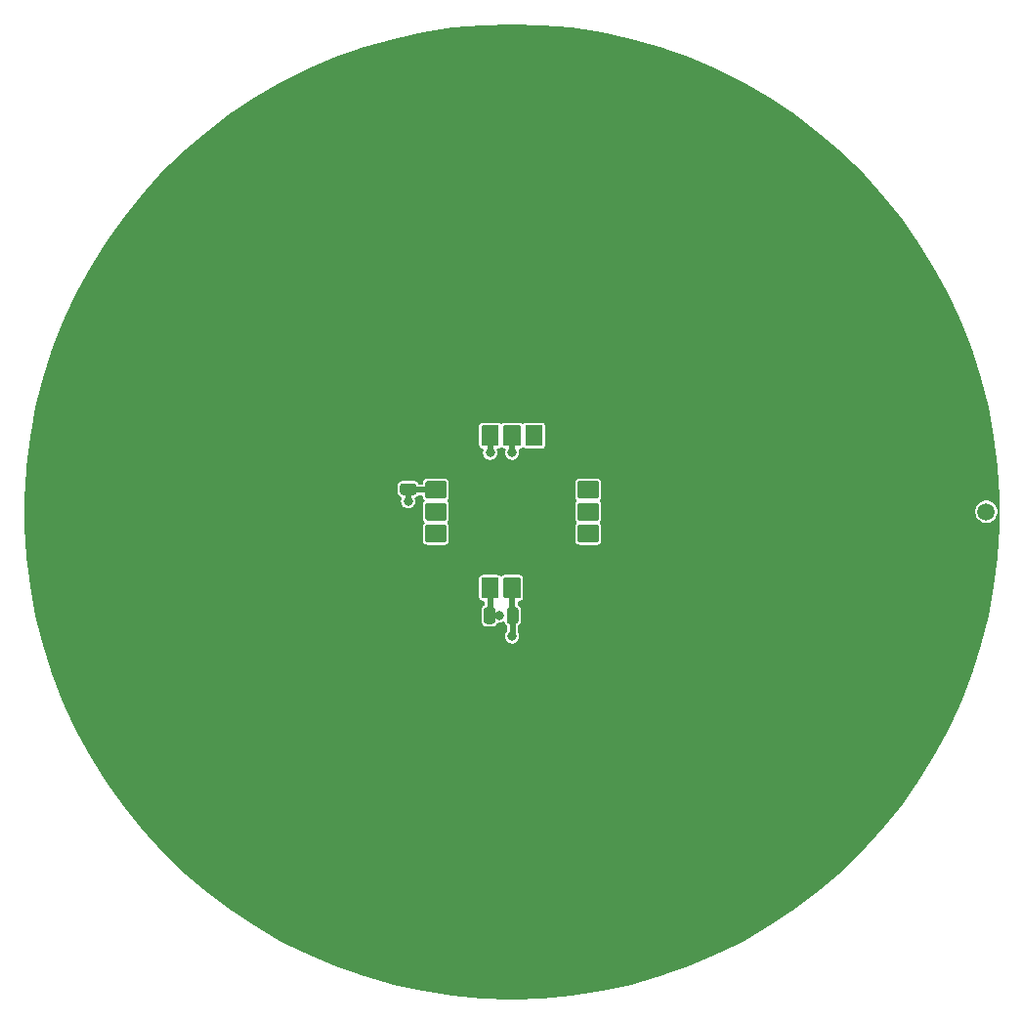
<source format=gtl>
%TF.GenerationSoftware,KiCad,Pcbnew,5.1.7-a382d34a8~88~ubuntu20.04.1*%
%TF.CreationDate,2021-06-08T03:13:41+02:00*%
%TF.ProjectId,uHoubolt_PCB_GNSS,75486f75-626f-46c7-945f-5043425f474e,rev?*%
%TF.SameCoordinates,PX8f0d180PY5f5e100*%
%TF.FileFunction,Copper,L1,Top*%
%TF.FilePolarity,Positive*%
%FSLAX46Y46*%
G04 Gerber Fmt 4.6, Leading zero omitted, Abs format (unit mm)*
G04 Created by KiCad (PCBNEW 5.1.7-a382d34a8~88~ubuntu20.04.1) date 2021-06-08 03:13:41*
%MOMM*%
%LPD*%
G01*
G04 APERTURE LIST*
%TA.AperFunction,ComponentPad*%
%ADD10C,1.500000*%
%TD*%
%TA.AperFunction,ComponentPad*%
%ADD11C,0.800000*%
%TD*%
%TA.AperFunction,ComponentPad*%
%ADD12C,6.400000*%
%TD*%
%TA.AperFunction,ViaPad*%
%ADD13C,0.800000*%
%TD*%
%TA.AperFunction,Conductor*%
%ADD14C,0.500000*%
%TD*%
%TA.AperFunction,Conductor*%
%ADD15C,0.200000*%
%TD*%
%TA.AperFunction,Conductor*%
%ADD16C,0.100000*%
%TD*%
G04 APERTURE END LIST*
D10*
%TO.P,J3,1*%
%TO.N,Net-(J3-Pad1)*%
X41100000Y0D03*
%TD*%
D11*
%TO.P,H4,1*%
%TO.N,GND*%
X28597056Y-25202944D03*
X26900000Y-24500000D03*
X25202944Y-25202944D03*
X24500000Y-26900000D03*
X25202944Y-28597056D03*
X26900000Y-29300000D03*
X28597056Y-28597056D03*
X29300000Y-26900000D03*
D12*
X26900000Y-26900000D03*
%TD*%
D11*
%TO.P,H3,1*%
%TO.N,GND*%
X-25202944Y-25202944D03*
X-26900000Y-24500000D03*
X-28597056Y-25202944D03*
X-29300000Y-26900000D03*
X-28597056Y-28597056D03*
X-26900000Y-29300000D03*
X-25202944Y-28597056D03*
X-24500000Y-26900000D03*
D12*
X-26900000Y-26900000D03*
%TD*%
D11*
%TO.P,H2,1*%
%TO.N,GND*%
X-25202944Y28597056D03*
X-26900000Y29300000D03*
X-28597056Y28597056D03*
X-29300000Y26900000D03*
X-28597056Y25202944D03*
X-26900000Y24500000D03*
X-25202944Y25202944D03*
X-24500000Y26900000D03*
D12*
X-26900000Y26900000D03*
%TD*%
D11*
%TO.P,H1,1*%
%TO.N,GND*%
X28597056Y28597056D03*
X26900000Y29300000D03*
X25202944Y28597056D03*
X24500000Y26900000D03*
X25202944Y25202944D03*
X26900000Y24500000D03*
X28597056Y25202944D03*
X29300000Y26900000D03*
D12*
X26900000Y26900000D03*
%TD*%
%TO.P,U1,9*%
%TO.N,Net-(U1-Pad9)*%
%TA.AperFunction,SMDPad,CuDef*%
G36*
G01*
X7401000Y1150000D02*
X5799000Y1150000D01*
G75*
G02*
X5700000Y1249000I0J99000D01*
G01*
X5700000Y2551000D01*
G75*
G02*
X5799000Y2650000I99000J0D01*
G01*
X7401000Y2650000D01*
G75*
G02*
X7500000Y2551000I0J-99000D01*
G01*
X7500000Y1249000D01*
G75*
G02*
X7401000Y1150000I-99000J0D01*
G01*
G37*
%TD.AperFunction*%
%TO.P,U1,10*%
%TO.N,GND*%
%TA.AperFunction,SMDPad,CuDef*%
G36*
G01*
X7401000Y3050000D02*
X5799000Y3050000D01*
G75*
G02*
X5700000Y3149000I0J99000D01*
G01*
X5700000Y4451000D01*
G75*
G02*
X5799000Y4550000I99000J0D01*
G01*
X7401000Y4550000D01*
G75*
G02*
X7500000Y4451000I0J-99000D01*
G01*
X7500000Y3149000D01*
G75*
G02*
X7401000Y3050000I-99000J0D01*
G01*
G37*
%TD.AperFunction*%
%TO.P,U1,8*%
%TO.N,Net-(U1-Pad8)*%
%TA.AperFunction,SMDPad,CuDef*%
G36*
G01*
X7401000Y-750000D02*
X5799000Y-750000D01*
G75*
G02*
X5700000Y-651000I0J99000D01*
G01*
X5700000Y651000D01*
G75*
G02*
X5799000Y750000I99000J0D01*
G01*
X7401000Y750000D01*
G75*
G02*
X7500000Y651000I0J-99000D01*
G01*
X7500000Y-651000D01*
G75*
G02*
X7401000Y-750000I-99000J0D01*
G01*
G37*
%TD.AperFunction*%
%TO.P,U1,7*%
%TO.N,Net-(U1-Pad7)*%
%TA.AperFunction,SMDPad,CuDef*%
G36*
G01*
X7401000Y-2650000D02*
X5799000Y-2650000D01*
G75*
G02*
X5700000Y-2551000I0J99000D01*
G01*
X5700000Y-1249000D01*
G75*
G02*
X5799000Y-1150000I99000J0D01*
G01*
X7401000Y-1150000D01*
G75*
G02*
X7500000Y-1249000I0J-99000D01*
G01*
X7500000Y-2551000D01*
G75*
G02*
X7401000Y-2650000I-99000J0D01*
G01*
G37*
%TD.AperFunction*%
%TO.P,U1,6*%
%TO.N,GND*%
%TA.AperFunction,SMDPad,CuDef*%
G36*
G01*
X7401000Y-4550000D02*
X5799000Y-4550000D01*
G75*
G02*
X5700000Y-4451000I0J99000D01*
G01*
X5700000Y-3149000D01*
G75*
G02*
X5799000Y-3050000I99000J0D01*
G01*
X7401000Y-3050000D01*
G75*
G02*
X7500000Y-3149000I0J-99000D01*
G01*
X7500000Y-4451000D01*
G75*
G02*
X7401000Y-4550000I-99000J0D01*
G01*
G37*
%TD.AperFunction*%
%TO.P,U1,19*%
%TO.N,Net-(U1-Pad19)*%
%TA.AperFunction,SMDPad,CuDef*%
G36*
G01*
X-5799000Y-2650000D02*
X-7401000Y-2650000D01*
G75*
G02*
X-7500000Y-2551000I0J99000D01*
G01*
X-7500000Y-1249000D01*
G75*
G02*
X-7401000Y-1150000I99000J0D01*
G01*
X-5799000Y-1150000D01*
G75*
G02*
X-5700000Y-1249000I0J-99000D01*
G01*
X-5700000Y-2551000D01*
G75*
G02*
X-5799000Y-2650000I-99000J0D01*
G01*
G37*
%TD.AperFunction*%
%TO.P,U1,17*%
%TO.N,+3V3*%
%TA.AperFunction,SMDPad,CuDef*%
G36*
G01*
X-5799000Y1150000D02*
X-7401000Y1150000D01*
G75*
G02*
X-7500000Y1249000I0J99000D01*
G01*
X-7500000Y2551000D01*
G75*
G02*
X-7401000Y2650000I99000J0D01*
G01*
X-5799000Y2650000D01*
G75*
G02*
X-5700000Y2551000I0J-99000D01*
G01*
X-5700000Y1249000D01*
G75*
G02*
X-5799000Y1150000I-99000J0D01*
G01*
G37*
%TD.AperFunction*%
%TO.P,U1,18*%
%TO.N,Net-(U1-Pad18)*%
%TA.AperFunction,SMDPad,CuDef*%
G36*
G01*
X-5799000Y-750000D02*
X-7401000Y-750000D01*
G75*
G02*
X-7500000Y-651000I0J99000D01*
G01*
X-7500000Y651000D01*
G75*
G02*
X-7401000Y750000I99000J0D01*
G01*
X-5799000Y750000D01*
G75*
G02*
X-5700000Y651000I0J-99000D01*
G01*
X-5700000Y-651000D01*
G75*
G02*
X-5799000Y-750000I-99000J0D01*
G01*
G37*
%TD.AperFunction*%
%TO.P,U1,20*%
%TO.N,GND*%
%TA.AperFunction,SMDPad,CuDef*%
G36*
G01*
X-5799000Y-4550000D02*
X-7401000Y-4550000D01*
G75*
G02*
X-7500000Y-4451000I0J99000D01*
G01*
X-7500000Y-3149000D01*
G75*
G02*
X-7401000Y-3050000I99000J0D01*
G01*
X-5799000Y-3050000D01*
G75*
G02*
X-5700000Y-3149000I0J-99000D01*
G01*
X-5700000Y-4451000D01*
G75*
G02*
X-5799000Y-4550000I-99000J0D01*
G01*
G37*
%TD.AperFunction*%
%TO.P,U1,16*%
%TA.AperFunction,SMDPad,CuDef*%
G36*
G01*
X-5799000Y3050000D02*
X-7401000Y3050000D01*
G75*
G02*
X-7500000Y3149000I0J99000D01*
G01*
X-7500000Y4451000D01*
G75*
G02*
X-7401000Y4550000I99000J0D01*
G01*
X-5799000Y4550000D01*
G75*
G02*
X-5700000Y4451000I0J-99000D01*
G01*
X-5700000Y3149000D01*
G75*
G02*
X-5799000Y3050000I-99000J0D01*
G01*
G37*
%TD.AperFunction*%
%TO.P,U1,14*%
%TO.N,/RxD*%
%TA.AperFunction,SMDPad,CuDef*%
G36*
G01*
X-2650000Y5799000D02*
X-2650000Y7401000D01*
G75*
G02*
X-2551000Y7500000I99000J0D01*
G01*
X-1249000Y7500000D01*
G75*
G02*
X-1150000Y7401000I0J-99000D01*
G01*
X-1150000Y5799000D01*
G75*
G02*
X-1249000Y5700000I-99000J0D01*
G01*
X-2551000Y5700000D01*
G75*
G02*
X-2650000Y5799000I0J99000D01*
G01*
G37*
%TD.AperFunction*%
%TO.P,U1,12*%
%TO.N,Net-(U1-Pad12)*%
%TA.AperFunction,SMDPad,CuDef*%
G36*
G01*
X1150000Y5799000D02*
X1150000Y7401000D01*
G75*
G02*
X1249000Y7500000I99000J0D01*
G01*
X2551000Y7500000D01*
G75*
G02*
X2650000Y7401000I0J-99000D01*
G01*
X2650000Y5799000D01*
G75*
G02*
X2551000Y5700000I-99000J0D01*
G01*
X1249000Y5700000D01*
G75*
G02*
X1150000Y5799000I0J99000D01*
G01*
G37*
%TD.AperFunction*%
%TO.P,U1,13*%
%TO.N,/TxD*%
%TA.AperFunction,SMDPad,CuDef*%
G36*
G01*
X-750000Y5799000D02*
X-750000Y7401000D01*
G75*
G02*
X-651000Y7500000I99000J0D01*
G01*
X651000Y7500000D01*
G75*
G02*
X750000Y7401000I0J-99000D01*
G01*
X750000Y5799000D01*
G75*
G02*
X651000Y5700000I-99000J0D01*
G01*
X-651000Y5700000D01*
G75*
G02*
X-750000Y5799000I0J99000D01*
G01*
G37*
%TD.AperFunction*%
%TO.P,U1,15*%
%TO.N,GND*%
%TA.AperFunction,SMDPad,CuDef*%
G36*
G01*
X-4550000Y5799000D02*
X-4550000Y7401000D01*
G75*
G02*
X-4451000Y7500000I99000J0D01*
G01*
X-3149000Y7500000D01*
G75*
G02*
X-3050000Y7401000I0J-99000D01*
G01*
X-3050000Y5799000D01*
G75*
G02*
X-3149000Y5700000I-99000J0D01*
G01*
X-4451000Y5700000D01*
G75*
G02*
X-4550000Y5799000I0J99000D01*
G01*
G37*
%TD.AperFunction*%
%TO.P,U1,11*%
%TA.AperFunction,SMDPad,CuDef*%
G36*
G01*
X3050000Y5799000D02*
X3050000Y7401000D01*
G75*
G02*
X3149000Y7500000I99000J0D01*
G01*
X4451000Y7500000D01*
G75*
G02*
X4550000Y7401000I0J-99000D01*
G01*
X4550000Y5799000D01*
G75*
G02*
X4451000Y5700000I-99000J0D01*
G01*
X3149000Y5700000D01*
G75*
G02*
X3050000Y5799000I0J99000D01*
G01*
G37*
%TD.AperFunction*%
%TO.P,U1,1*%
%TA.AperFunction,SMDPad,CuDef*%
G36*
G01*
X-4550000Y-7401000D02*
X-4550000Y-5799000D01*
G75*
G02*
X-4451000Y-5700000I99000J0D01*
G01*
X-3149000Y-5700000D01*
G75*
G02*
X-3050000Y-5799000I0J-99000D01*
G01*
X-3050000Y-7401000D01*
G75*
G02*
X-3149000Y-7500000I-99000J0D01*
G01*
X-4451000Y-7500000D01*
G75*
G02*
X-4550000Y-7401000I0J99000D01*
G01*
G37*
%TD.AperFunction*%
%TO.P,U1,2*%
%TO.N,+3V3*%
%TA.AperFunction,SMDPad,CuDef*%
G36*
G01*
X-2650000Y-7401000D02*
X-2650000Y-5799000D01*
G75*
G02*
X-2551000Y-5700000I99000J0D01*
G01*
X-1249000Y-5700000D01*
G75*
G02*
X-1150000Y-5799000I0J-99000D01*
G01*
X-1150000Y-7401000D01*
G75*
G02*
X-1249000Y-7500000I-99000J0D01*
G01*
X-2551000Y-7500000D01*
G75*
G02*
X-2650000Y-7401000I0J99000D01*
G01*
G37*
%TD.AperFunction*%
%TO.P,U1,3*%
%TO.N,Net-(C3-Pad1)*%
%TA.AperFunction,SMDPad,CuDef*%
G36*
G01*
X-750000Y-7401000D02*
X-750000Y-5799000D01*
G75*
G02*
X-651000Y-5700000I99000J0D01*
G01*
X651000Y-5700000D01*
G75*
G02*
X750000Y-5799000I0J-99000D01*
G01*
X750000Y-7401000D01*
G75*
G02*
X651000Y-7500000I-99000J0D01*
G01*
X-651000Y-7500000D01*
G75*
G02*
X-750000Y-7401000I0J99000D01*
G01*
G37*
%TD.AperFunction*%
%TO.P,U1,4*%
%TO.N,GND*%
%TA.AperFunction,SMDPad,CuDef*%
G36*
G01*
X1150000Y-7401000D02*
X1150000Y-5799000D01*
G75*
G02*
X1249000Y-5700000I99000J0D01*
G01*
X2551000Y-5700000D01*
G75*
G02*
X2650000Y-5799000I0J-99000D01*
G01*
X2650000Y-7401000D01*
G75*
G02*
X2551000Y-7500000I-99000J0D01*
G01*
X1249000Y-7500000D01*
G75*
G02*
X1150000Y-7401000I0J99000D01*
G01*
G37*
%TD.AperFunction*%
%TO.P,U1,5*%
%TA.AperFunction,SMDPad,CuDef*%
G36*
G01*
X3050000Y-7401000D02*
X3050000Y-5799000D01*
G75*
G02*
X3149000Y-5700000I99000J0D01*
G01*
X4451000Y-5700000D01*
G75*
G02*
X4550000Y-5799000I0J-99000D01*
G01*
X4550000Y-7401000D01*
G75*
G02*
X4451000Y-7500000I-99000J0D01*
G01*
X3149000Y-7500000D01*
G75*
G02*
X3050000Y-7401000I0J99000D01*
G01*
G37*
%TD.AperFunction*%
%TD*%
%TO.P,C3,2*%
%TO.N,GND*%
%TA.AperFunction,SMDPad,CuDef*%
G36*
G01*
X1450000Y-9475000D02*
X1450000Y-8525000D01*
G75*
G02*
X1700000Y-8275000I250000J0D01*
G01*
X2200000Y-8275000D01*
G75*
G02*
X2450000Y-8525000I0J-250000D01*
G01*
X2450000Y-9475000D01*
G75*
G02*
X2200000Y-9725000I-250000J0D01*
G01*
X1700000Y-9725000D01*
G75*
G02*
X1450000Y-9475000I0J250000D01*
G01*
G37*
%TD.AperFunction*%
%TO.P,C3,1*%
%TO.N,Net-(C3-Pad1)*%
%TA.AperFunction,SMDPad,CuDef*%
G36*
G01*
X-450000Y-9475000D02*
X-450000Y-8525000D01*
G75*
G02*
X-200000Y-8275000I250000J0D01*
G01*
X300000Y-8275000D01*
G75*
G02*
X550000Y-8525000I0J-250000D01*
G01*
X550000Y-9475000D01*
G75*
G02*
X300000Y-9725000I-250000J0D01*
G01*
X-200000Y-9725000D01*
G75*
G02*
X-450000Y-9475000I0J250000D01*
G01*
G37*
%TD.AperFunction*%
%TD*%
%TO.P,C2,2*%
%TO.N,GND*%
%TA.AperFunction,SMDPad,CuDef*%
G36*
G01*
X-3350000Y-8525000D02*
X-3350000Y-9475000D01*
G75*
G02*
X-3600000Y-9725000I-250000J0D01*
G01*
X-4100000Y-9725000D01*
G75*
G02*
X-4350000Y-9475000I0J250000D01*
G01*
X-4350000Y-8525000D01*
G75*
G02*
X-4100000Y-8275000I250000J0D01*
G01*
X-3600000Y-8275000D01*
G75*
G02*
X-3350000Y-8525000I0J-250000D01*
G01*
G37*
%TD.AperFunction*%
%TO.P,C2,1*%
%TO.N,+3V3*%
%TA.AperFunction,SMDPad,CuDef*%
G36*
G01*
X-1450000Y-8525000D02*
X-1450000Y-9475000D01*
G75*
G02*
X-1700000Y-9725000I-250000J0D01*
G01*
X-2200000Y-9725000D01*
G75*
G02*
X-2450000Y-9475000I0J250000D01*
G01*
X-2450000Y-8525000D01*
G75*
G02*
X-2200000Y-8275000I250000J0D01*
G01*
X-1700000Y-8275000D01*
G75*
G02*
X-1450000Y-8525000I0J-250000D01*
G01*
G37*
%TD.AperFunction*%
%TD*%
%TO.P,C1,2*%
%TO.N,GND*%
%TA.AperFunction,SMDPad,CuDef*%
G36*
G01*
X-8525000Y3350000D02*
X-9475000Y3350000D01*
G75*
G02*
X-9725000Y3600000I0J250000D01*
G01*
X-9725000Y4100000D01*
G75*
G02*
X-9475000Y4350000I250000J0D01*
G01*
X-8525000Y4350000D01*
G75*
G02*
X-8275000Y4100000I0J-250000D01*
G01*
X-8275000Y3600000D01*
G75*
G02*
X-8525000Y3350000I-250000J0D01*
G01*
G37*
%TD.AperFunction*%
%TO.P,C1,1*%
%TO.N,+3V3*%
%TA.AperFunction,SMDPad,CuDef*%
G36*
G01*
X-8525000Y1450000D02*
X-9475000Y1450000D01*
G75*
G02*
X-9725000Y1700000I0J250000D01*
G01*
X-9725000Y2200000D01*
G75*
G02*
X-9475000Y2450000I250000J0D01*
G01*
X-8525000Y2450000D01*
G75*
G02*
X-8275000Y2200000I0J-250000D01*
G01*
X-8275000Y1700000D01*
G75*
G02*
X-8525000Y1450000I-250000J0D01*
G01*
G37*
%TD.AperFunction*%
%TD*%
D13*
%TO.N,GND*%
X10000000Y-10000000D03*
X20000000Y-10000000D03*
X30000000Y-10000000D03*
X40000000Y-10000000D03*
X10000000Y-20000000D03*
X20000000Y-20000000D03*
X30000000Y-20000000D03*
X10000000Y-30000000D03*
X20000000Y-30000000D03*
X10000000Y-40000000D03*
X-10000000Y10000000D03*
X-20000000Y10000000D03*
X-30000000Y10000000D03*
X-40000000Y10000000D03*
X-10000000Y20000000D03*
X-20000000Y20000000D03*
X-30000000Y20000000D03*
X-10000000Y30000000D03*
X-20000000Y30000000D03*
X10000000Y0D03*
X20000000Y0D03*
X30000000Y0D03*
X0Y10000000D03*
X10000000Y10000000D03*
X20000000Y10000000D03*
X30000000Y10000000D03*
X40000000Y10000000D03*
X0Y20000000D03*
X10000000Y20000000D03*
X20000000Y20000000D03*
X30000000Y20000000D03*
X0Y30000000D03*
X10000000Y30000000D03*
X20000000Y30000000D03*
X0Y40000000D03*
X10000000Y40000000D03*
X-10000000Y0D03*
X-20000000Y0D03*
X-30000000Y0D03*
X-40000000Y0D03*
X-10000000Y-10000000D03*
X-20000000Y-10000000D03*
X-30000000Y-10000000D03*
X-40000000Y-10000000D03*
X0Y-20000000D03*
X-10000000Y-20000000D03*
X-20000000Y-20000000D03*
X-30000000Y-20000000D03*
X0Y-30000000D03*
X-10000000Y-30000000D03*
X-20000000Y-30000000D03*
X0Y-40000000D03*
X-10000000Y-40000000D03*
X-10000000Y40000000D03*
%TO.N,+3V3*%
X-9000000Y900000D03*
X-1100000Y-9000000D03*
%TO.N,/RxD*%
X-1900000Y5100000D03*
%TO.N,/TxD*%
X0Y5100000D03*
%TO.N,Net-(C3-Pad1)*%
X0Y-10800000D03*
%TD*%
D14*
%TO.N,+3V3*%
X-8950000Y1900000D02*
X-9000000Y1950000D01*
X-1900000Y-8950000D02*
X-1950000Y-9000000D01*
X-9000000Y1950000D02*
X-9000000Y900000D01*
X-6600000Y1900000D02*
X-8950000Y1900000D01*
X-1900000Y-6600000D02*
X-1900000Y-8950000D01*
X-1100000Y-9000000D02*
X-1950000Y-9000000D01*
%TO.N,/RxD*%
X-1900000Y6600000D02*
X-1900000Y5100000D01*
%TO.N,/TxD*%
X0Y6600000D02*
X0Y5100000D01*
%TO.N,Net-(C3-Pad1)*%
X0Y-8950000D02*
X50000Y-9000000D01*
X0Y-6600000D02*
X0Y-8950000D01*
X50000Y-10750000D02*
X0Y-10800000D01*
X50000Y-9000000D02*
X50000Y-10750000D01*
%TD*%
D15*
%TO.N,GND*%
X2596331Y42095008D02*
X5182814Y41855335D01*
X7749636Y41456890D01*
X10287061Y40901186D01*
X12785464Y40190329D01*
X15235367Y39327016D01*
X17627478Y38314523D01*
X19952721Y37156689D01*
X22202276Y35857908D01*
X24367611Y34423105D01*
X26440512Y32857723D01*
X28413114Y31167701D01*
X30277935Y29359449D01*
X32027902Y27439827D01*
X33656377Y25416116D01*
X35157181Y23295993D01*
X36524621Y21087500D01*
X37753512Y18799015D01*
X38839190Y16439219D01*
X39777538Y14017064D01*
X40564997Y11541737D01*
X41198578Y9022628D01*
X41675879Y6469293D01*
X41995089Y3891418D01*
X42154997Y1298782D01*
X42154997Y-1298782D01*
X41995089Y-3891418D01*
X41675879Y-6469293D01*
X41198578Y-9022628D01*
X40564997Y-11541737D01*
X39777538Y-14017064D01*
X38839190Y-16439219D01*
X37753512Y-18799015D01*
X36524621Y-21087500D01*
X35157181Y-23295993D01*
X33656377Y-25416116D01*
X32027902Y-27439827D01*
X30277935Y-29359449D01*
X28413114Y-31167701D01*
X26440512Y-32857723D01*
X24367611Y-34423105D01*
X22202276Y-35857908D01*
X19952721Y-37156689D01*
X17627478Y-38314523D01*
X15235367Y-39327016D01*
X12785464Y-40190329D01*
X10287061Y-40901186D01*
X7749636Y-41456890D01*
X5182814Y-41855335D01*
X2596331Y-42095008D01*
X0Y-42175000D01*
X-2596331Y-42095008D01*
X-5182814Y-41855335D01*
X-7749636Y-41456890D01*
X-10287061Y-40901186D01*
X-12785464Y-40190329D01*
X-15235367Y-39327016D01*
X-17627478Y-38314523D01*
X-19952721Y-37156689D01*
X-22202276Y-35857908D01*
X-24367611Y-34423105D01*
X-26440512Y-32857723D01*
X-28413114Y-31167701D01*
X-30277935Y-29359449D01*
X-32027902Y-27439827D01*
X-33656377Y-25416116D01*
X-35157181Y-23295993D01*
X-36524621Y-21087500D01*
X-37753512Y-18799015D01*
X-38839190Y-16439219D01*
X-39777538Y-14017064D01*
X-40564997Y-11541737D01*
X-41198578Y-9022628D01*
X-41675879Y-6469293D01*
X-41758879Y-5799000D01*
X-2951451Y-5799000D01*
X-2951451Y-7401000D01*
X-2943756Y-7479124D01*
X-2920968Y-7554246D01*
X-2883963Y-7623479D01*
X-2834162Y-7684162D01*
X-2773479Y-7733963D01*
X-2704246Y-7770968D01*
X-2629124Y-7793756D01*
X-2551000Y-7801451D01*
X-2449999Y-7801451D01*
X-2449999Y-8036355D01*
X-2506370Y-8066485D01*
X-2589935Y-8135065D01*
X-2658515Y-8218630D01*
X-2709474Y-8313969D01*
X-2740855Y-8417417D01*
X-2751451Y-8525000D01*
X-2751451Y-9475000D01*
X-2740855Y-9582583D01*
X-2709474Y-9686031D01*
X-2658515Y-9781370D01*
X-2589935Y-9864935D01*
X-2506370Y-9933515D01*
X-2411031Y-9984474D01*
X-2307583Y-10015855D01*
X-2200000Y-10026451D01*
X-1700000Y-10026451D01*
X-1592417Y-10015855D01*
X-1488969Y-9984474D01*
X-1393630Y-9933515D01*
X-1310065Y-9864935D01*
X-1241485Y-9781370D01*
X-1195201Y-9694777D01*
X-1168944Y-9700000D01*
X-1031056Y-9700000D01*
X-895818Y-9673099D01*
X-768426Y-9620332D01*
X-735980Y-9598653D01*
X-709474Y-9686031D01*
X-658515Y-9781370D01*
X-589935Y-9864935D01*
X-506370Y-9933515D01*
X-499999Y-9936920D01*
X-499999Y-10310049D01*
X-543726Y-10353776D01*
X-620332Y-10468426D01*
X-673099Y-10595818D01*
X-700000Y-10731056D01*
X-700000Y-10868944D01*
X-673099Y-11004182D01*
X-620332Y-11131574D01*
X-543726Y-11246224D01*
X-446224Y-11343726D01*
X-331574Y-11420332D01*
X-204182Y-11473099D01*
X-68944Y-11500000D01*
X68944Y-11500000D01*
X204182Y-11473099D01*
X331574Y-11420332D01*
X446224Y-11343726D01*
X543726Y-11246224D01*
X620332Y-11131574D01*
X673099Y-11004182D01*
X700000Y-10868944D01*
X700000Y-10731056D01*
X673099Y-10595818D01*
X620332Y-10468426D01*
X600000Y-10437997D01*
X600000Y-9936920D01*
X606370Y-9933515D01*
X689935Y-9864935D01*
X758515Y-9781370D01*
X809474Y-9686031D01*
X840855Y-9582583D01*
X851451Y-9475000D01*
X851451Y-8525000D01*
X840855Y-8417417D01*
X809474Y-8313969D01*
X758515Y-8218630D01*
X689935Y-8135065D01*
X606370Y-8066485D01*
X550000Y-8036355D01*
X550000Y-7801451D01*
X651000Y-7801451D01*
X729124Y-7793756D01*
X804246Y-7770968D01*
X873479Y-7733963D01*
X934162Y-7684162D01*
X983963Y-7623479D01*
X1020968Y-7554246D01*
X1043756Y-7479124D01*
X1051451Y-7401000D01*
X1051451Y-5799000D01*
X1043756Y-5720876D01*
X1020968Y-5645754D01*
X983963Y-5576521D01*
X934162Y-5515838D01*
X873479Y-5466037D01*
X804246Y-5429032D01*
X729124Y-5406244D01*
X651000Y-5398549D01*
X-651000Y-5398549D01*
X-729124Y-5406244D01*
X-804246Y-5429032D01*
X-873479Y-5466037D01*
X-934162Y-5515838D01*
X-950000Y-5535137D01*
X-965838Y-5515838D01*
X-1026521Y-5466037D01*
X-1095754Y-5429032D01*
X-1170876Y-5406244D01*
X-1249000Y-5398549D01*
X-2551000Y-5398549D01*
X-2629124Y-5406244D01*
X-2704246Y-5429032D01*
X-2773479Y-5466037D01*
X-2834162Y-5515838D01*
X-2883963Y-5576521D01*
X-2920968Y-5645754D01*
X-2943756Y-5720876D01*
X-2951451Y-5799000D01*
X-41758879Y-5799000D01*
X-41995089Y-3891418D01*
X-42154997Y-1298782D01*
X-42154997Y1298782D01*
X-42099412Y2200000D01*
X-10026451Y2200000D01*
X-10026451Y1700000D01*
X-10015855Y1592417D01*
X-9984474Y1488969D01*
X-9933515Y1393630D01*
X-9864935Y1310065D01*
X-9781370Y1241485D01*
X-9686031Y1190526D01*
X-9642770Y1177403D01*
X-9673099Y1104182D01*
X-9700000Y968944D01*
X-9700000Y831056D01*
X-9673099Y695818D01*
X-9620332Y568426D01*
X-9543726Y453776D01*
X-9446224Y356274D01*
X-9331574Y279668D01*
X-9204182Y226901D01*
X-9068944Y200000D01*
X-8931056Y200000D01*
X-8795818Y226901D01*
X-8668426Y279668D01*
X-8553776Y356274D01*
X-8456274Y453776D01*
X-8379668Y568426D01*
X-8326901Y695818D01*
X-8300000Y831056D01*
X-8300000Y968944D01*
X-8326901Y1104182D01*
X-8357230Y1177403D01*
X-8313969Y1190526D01*
X-8218630Y1241485D01*
X-8135065Y1310065D01*
X-8102291Y1350000D01*
X-7801451Y1350000D01*
X-7801451Y1249000D01*
X-7793756Y1170876D01*
X-7770968Y1095754D01*
X-7733963Y1026521D01*
X-7684162Y965838D01*
X-7664863Y950000D01*
X-7684162Y934162D01*
X-7733963Y873479D01*
X-7770968Y804246D01*
X-7793756Y729124D01*
X-7801451Y651000D01*
X-7801451Y-651000D01*
X-7793756Y-729124D01*
X-7770968Y-804246D01*
X-7733963Y-873479D01*
X-7684162Y-934162D01*
X-7664863Y-950000D01*
X-7684162Y-965838D01*
X-7733963Y-1026521D01*
X-7770968Y-1095754D01*
X-7793756Y-1170876D01*
X-7801451Y-1249000D01*
X-7801451Y-2551000D01*
X-7793756Y-2629124D01*
X-7770968Y-2704246D01*
X-7733963Y-2773479D01*
X-7684162Y-2834162D01*
X-7623479Y-2883963D01*
X-7554246Y-2920968D01*
X-7479124Y-2943756D01*
X-7401000Y-2951451D01*
X-5799000Y-2951451D01*
X-5720876Y-2943756D01*
X-5645754Y-2920968D01*
X-5576521Y-2883963D01*
X-5515838Y-2834162D01*
X-5466037Y-2773479D01*
X-5429032Y-2704246D01*
X-5406244Y-2629124D01*
X-5398549Y-2551000D01*
X-5398549Y-1249000D01*
X-5406244Y-1170876D01*
X-5429032Y-1095754D01*
X-5466037Y-1026521D01*
X-5515838Y-965838D01*
X-5535137Y-950000D01*
X-5515838Y-934162D01*
X-5466037Y-873479D01*
X-5429032Y-804246D01*
X-5406244Y-729124D01*
X-5398549Y-651000D01*
X-5398549Y651000D01*
X-5406244Y729124D01*
X-5429032Y804246D01*
X-5466037Y873479D01*
X-5515838Y934162D01*
X-5535137Y950000D01*
X-5515838Y965838D01*
X-5466037Y1026521D01*
X-5429032Y1095754D01*
X-5406244Y1170876D01*
X-5398549Y1249000D01*
X-5398549Y2551000D01*
X5398549Y2551000D01*
X5398549Y1249000D01*
X5406244Y1170876D01*
X5429032Y1095754D01*
X5466037Y1026521D01*
X5515838Y965838D01*
X5535137Y950000D01*
X5515838Y934162D01*
X5466037Y873479D01*
X5429032Y804246D01*
X5406244Y729124D01*
X5398549Y651000D01*
X5398549Y-651000D01*
X5406244Y-729124D01*
X5429032Y-804246D01*
X5466037Y-873479D01*
X5515838Y-934162D01*
X5535137Y-950000D01*
X5515838Y-965838D01*
X5466037Y-1026521D01*
X5429032Y-1095754D01*
X5406244Y-1170876D01*
X5398549Y-1249000D01*
X5398549Y-2551000D01*
X5406244Y-2629124D01*
X5429032Y-2704246D01*
X5466037Y-2773479D01*
X5515838Y-2834162D01*
X5576521Y-2883963D01*
X5645754Y-2920968D01*
X5720876Y-2943756D01*
X5799000Y-2951451D01*
X7401000Y-2951451D01*
X7479124Y-2943756D01*
X7554246Y-2920968D01*
X7623479Y-2883963D01*
X7684162Y-2834162D01*
X7733963Y-2773479D01*
X7770968Y-2704246D01*
X7793756Y-2629124D01*
X7801451Y-2551000D01*
X7801451Y-1249000D01*
X7793756Y-1170876D01*
X7770968Y-1095754D01*
X7733963Y-1026521D01*
X7684162Y-965838D01*
X7664863Y-950000D01*
X7684162Y-934162D01*
X7733963Y-873479D01*
X7770968Y-804246D01*
X7793756Y-729124D01*
X7801451Y-651000D01*
X7801451Y103416D01*
X40050000Y103416D01*
X40050000Y-103416D01*
X40090350Y-306274D01*
X40169502Y-497362D01*
X40284411Y-669336D01*
X40430664Y-815589D01*
X40602638Y-930498D01*
X40793726Y-1009650D01*
X40996584Y-1050000D01*
X41203416Y-1050000D01*
X41406274Y-1009650D01*
X41597362Y-930498D01*
X41769336Y-815589D01*
X41915589Y-669336D01*
X42030498Y-497362D01*
X42109650Y-306274D01*
X42150000Y-103416D01*
X42150000Y103416D01*
X42109650Y306274D01*
X42030498Y497362D01*
X41915589Y669336D01*
X41769336Y815589D01*
X41597362Y930498D01*
X41406274Y1009650D01*
X41203416Y1050000D01*
X40996584Y1050000D01*
X40793726Y1009650D01*
X40602638Y930498D01*
X40430664Y815589D01*
X40284411Y669336D01*
X40169502Y497362D01*
X40090350Y306274D01*
X40050000Y103416D01*
X7801451Y103416D01*
X7801451Y651000D01*
X7793756Y729124D01*
X7770968Y804246D01*
X7733963Y873479D01*
X7684162Y934162D01*
X7664863Y950000D01*
X7684162Y965838D01*
X7733963Y1026521D01*
X7770968Y1095754D01*
X7793756Y1170876D01*
X7801451Y1249000D01*
X7801451Y2551000D01*
X7793756Y2629124D01*
X7770968Y2704246D01*
X7733963Y2773479D01*
X7684162Y2834162D01*
X7623479Y2883963D01*
X7554246Y2920968D01*
X7479124Y2943756D01*
X7401000Y2951451D01*
X5799000Y2951451D01*
X5720876Y2943756D01*
X5645754Y2920968D01*
X5576521Y2883963D01*
X5515838Y2834162D01*
X5466037Y2773479D01*
X5429032Y2704246D01*
X5406244Y2629124D01*
X5398549Y2551000D01*
X-5398549Y2551000D01*
X-5406244Y2629124D01*
X-5429032Y2704246D01*
X-5466037Y2773479D01*
X-5515838Y2834162D01*
X-5576521Y2883963D01*
X-5645754Y2920968D01*
X-5720876Y2943756D01*
X-5799000Y2951451D01*
X-7401000Y2951451D01*
X-7479124Y2943756D01*
X-7554246Y2920968D01*
X-7623479Y2883963D01*
X-7684162Y2834162D01*
X-7733963Y2773479D01*
X-7770968Y2704246D01*
X-7793756Y2629124D01*
X-7801451Y2551000D01*
X-7801451Y2450000D01*
X-8036355Y2450000D01*
X-8066485Y2506370D01*
X-8135065Y2589935D01*
X-8218630Y2658515D01*
X-8313969Y2709474D01*
X-8417417Y2740855D01*
X-8525000Y2751451D01*
X-9475000Y2751451D01*
X-9582583Y2740855D01*
X-9686031Y2709474D01*
X-9781370Y2658515D01*
X-9864935Y2589935D01*
X-9933515Y2506370D01*
X-9984474Y2411031D01*
X-10015855Y2307583D01*
X-10026451Y2200000D01*
X-42099412Y2200000D01*
X-41995089Y3891418D01*
X-41675879Y6469293D01*
X-41501713Y7401000D01*
X-2951451Y7401000D01*
X-2951451Y5799000D01*
X-2943756Y5720876D01*
X-2920968Y5645754D01*
X-2883963Y5576521D01*
X-2834162Y5515838D01*
X-2773479Y5466037D01*
X-2704246Y5429032D01*
X-2629124Y5406244D01*
X-2551000Y5398549D01*
X-2534011Y5398549D01*
X-2573099Y5304182D01*
X-2600000Y5168944D01*
X-2600000Y5031056D01*
X-2573099Y4895818D01*
X-2520332Y4768426D01*
X-2443726Y4653776D01*
X-2346224Y4556274D01*
X-2231574Y4479668D01*
X-2104182Y4426901D01*
X-1968944Y4400000D01*
X-1831056Y4400000D01*
X-1695818Y4426901D01*
X-1568426Y4479668D01*
X-1453776Y4556274D01*
X-1356274Y4653776D01*
X-1279668Y4768426D01*
X-1226901Y4895818D01*
X-1200000Y5031056D01*
X-1200000Y5168944D01*
X-1226901Y5304182D01*
X-1265989Y5398549D01*
X-1249000Y5398549D01*
X-1170876Y5406244D01*
X-1095754Y5429032D01*
X-1026521Y5466037D01*
X-965838Y5515838D01*
X-950000Y5535137D01*
X-934162Y5515838D01*
X-873479Y5466037D01*
X-804246Y5429032D01*
X-729124Y5406244D01*
X-651000Y5398549D01*
X-634011Y5398549D01*
X-673099Y5304182D01*
X-700000Y5168944D01*
X-700000Y5031056D01*
X-673099Y4895818D01*
X-620332Y4768426D01*
X-543726Y4653776D01*
X-446224Y4556274D01*
X-331574Y4479668D01*
X-204182Y4426901D01*
X-68944Y4400000D01*
X68944Y4400000D01*
X204182Y4426901D01*
X331574Y4479668D01*
X446224Y4556274D01*
X543726Y4653776D01*
X620332Y4768426D01*
X673099Y4895818D01*
X700000Y5031056D01*
X700000Y5168944D01*
X673099Y5304182D01*
X634011Y5398549D01*
X651000Y5398549D01*
X729124Y5406244D01*
X804246Y5429032D01*
X873479Y5466037D01*
X934162Y5515838D01*
X950000Y5535137D01*
X965838Y5515838D01*
X1026521Y5466037D01*
X1095754Y5429032D01*
X1170876Y5406244D01*
X1249000Y5398549D01*
X2551000Y5398549D01*
X2629124Y5406244D01*
X2704246Y5429032D01*
X2773479Y5466037D01*
X2834162Y5515838D01*
X2883963Y5576521D01*
X2920968Y5645754D01*
X2943756Y5720876D01*
X2951451Y5799000D01*
X2951451Y7401000D01*
X2943756Y7479124D01*
X2920968Y7554246D01*
X2883963Y7623479D01*
X2834162Y7684162D01*
X2773479Y7733963D01*
X2704246Y7770968D01*
X2629124Y7793756D01*
X2551000Y7801451D01*
X1249000Y7801451D01*
X1170876Y7793756D01*
X1095754Y7770968D01*
X1026521Y7733963D01*
X965838Y7684162D01*
X950000Y7664863D01*
X934162Y7684162D01*
X873479Y7733963D01*
X804246Y7770968D01*
X729124Y7793756D01*
X651000Y7801451D01*
X-651000Y7801451D01*
X-729124Y7793756D01*
X-804246Y7770968D01*
X-873479Y7733963D01*
X-934162Y7684162D01*
X-950000Y7664863D01*
X-965838Y7684162D01*
X-1026521Y7733963D01*
X-1095754Y7770968D01*
X-1170876Y7793756D01*
X-1249000Y7801451D01*
X-2551000Y7801451D01*
X-2629124Y7793756D01*
X-2704246Y7770968D01*
X-2773479Y7733963D01*
X-2834162Y7684162D01*
X-2883963Y7623479D01*
X-2920968Y7554246D01*
X-2943756Y7479124D01*
X-2951451Y7401000D01*
X-41501713Y7401000D01*
X-41198578Y9022628D01*
X-40564997Y11541737D01*
X-39777538Y14017064D01*
X-38839190Y16439219D01*
X-37753512Y18799015D01*
X-36524621Y21087500D01*
X-35157181Y23295993D01*
X-33656377Y25416116D01*
X-32027902Y27439827D01*
X-30277935Y29359449D01*
X-28413114Y31167701D01*
X-26440512Y32857723D01*
X-24367611Y34423105D01*
X-22202276Y35857908D01*
X-19952721Y37156689D01*
X-17627478Y38314523D01*
X-15235367Y39327016D01*
X-12785464Y40190329D01*
X-10287061Y40901186D01*
X-7749636Y41456890D01*
X-5182814Y41855335D01*
X-2596331Y42095008D01*
X0Y42175000D01*
X2596331Y42095008D01*
%TA.AperFunction,Conductor*%
D16*
G36*
X2596331Y42095008D02*
G01*
X5182814Y41855335D01*
X7749636Y41456890D01*
X10287061Y40901186D01*
X12785464Y40190329D01*
X15235367Y39327016D01*
X17627478Y38314523D01*
X19952721Y37156689D01*
X22202276Y35857908D01*
X24367611Y34423105D01*
X26440512Y32857723D01*
X28413114Y31167701D01*
X30277935Y29359449D01*
X32027902Y27439827D01*
X33656377Y25416116D01*
X35157181Y23295993D01*
X36524621Y21087500D01*
X37753512Y18799015D01*
X38839190Y16439219D01*
X39777538Y14017064D01*
X40564997Y11541737D01*
X41198578Y9022628D01*
X41675879Y6469293D01*
X41995089Y3891418D01*
X42154997Y1298782D01*
X42154997Y-1298782D01*
X41995089Y-3891418D01*
X41675879Y-6469293D01*
X41198578Y-9022628D01*
X40564997Y-11541737D01*
X39777538Y-14017064D01*
X38839190Y-16439219D01*
X37753512Y-18799015D01*
X36524621Y-21087500D01*
X35157181Y-23295993D01*
X33656377Y-25416116D01*
X32027902Y-27439827D01*
X30277935Y-29359449D01*
X28413114Y-31167701D01*
X26440512Y-32857723D01*
X24367611Y-34423105D01*
X22202276Y-35857908D01*
X19952721Y-37156689D01*
X17627478Y-38314523D01*
X15235367Y-39327016D01*
X12785464Y-40190329D01*
X10287061Y-40901186D01*
X7749636Y-41456890D01*
X5182814Y-41855335D01*
X2596331Y-42095008D01*
X0Y-42175000D01*
X-2596331Y-42095008D01*
X-5182814Y-41855335D01*
X-7749636Y-41456890D01*
X-10287061Y-40901186D01*
X-12785464Y-40190329D01*
X-15235367Y-39327016D01*
X-17627478Y-38314523D01*
X-19952721Y-37156689D01*
X-22202276Y-35857908D01*
X-24367611Y-34423105D01*
X-26440512Y-32857723D01*
X-28413114Y-31167701D01*
X-30277935Y-29359449D01*
X-32027902Y-27439827D01*
X-33656377Y-25416116D01*
X-35157181Y-23295993D01*
X-36524621Y-21087500D01*
X-37753512Y-18799015D01*
X-38839190Y-16439219D01*
X-39777538Y-14017064D01*
X-40564997Y-11541737D01*
X-41198578Y-9022628D01*
X-41675879Y-6469293D01*
X-41758879Y-5799000D01*
X-2951451Y-5799000D01*
X-2951451Y-7401000D01*
X-2943756Y-7479124D01*
X-2920968Y-7554246D01*
X-2883963Y-7623479D01*
X-2834162Y-7684162D01*
X-2773479Y-7733963D01*
X-2704246Y-7770968D01*
X-2629124Y-7793756D01*
X-2551000Y-7801451D01*
X-2449999Y-7801451D01*
X-2449999Y-8036355D01*
X-2506370Y-8066485D01*
X-2589935Y-8135065D01*
X-2658515Y-8218630D01*
X-2709474Y-8313969D01*
X-2740855Y-8417417D01*
X-2751451Y-8525000D01*
X-2751451Y-9475000D01*
X-2740855Y-9582583D01*
X-2709474Y-9686031D01*
X-2658515Y-9781370D01*
X-2589935Y-9864935D01*
X-2506370Y-9933515D01*
X-2411031Y-9984474D01*
X-2307583Y-10015855D01*
X-2200000Y-10026451D01*
X-1700000Y-10026451D01*
X-1592417Y-10015855D01*
X-1488969Y-9984474D01*
X-1393630Y-9933515D01*
X-1310065Y-9864935D01*
X-1241485Y-9781370D01*
X-1195201Y-9694777D01*
X-1168944Y-9700000D01*
X-1031056Y-9700000D01*
X-895818Y-9673099D01*
X-768426Y-9620332D01*
X-735980Y-9598653D01*
X-709474Y-9686031D01*
X-658515Y-9781370D01*
X-589935Y-9864935D01*
X-506370Y-9933515D01*
X-499999Y-9936920D01*
X-499999Y-10310049D01*
X-543726Y-10353776D01*
X-620332Y-10468426D01*
X-673099Y-10595818D01*
X-700000Y-10731056D01*
X-700000Y-10868944D01*
X-673099Y-11004182D01*
X-620332Y-11131574D01*
X-543726Y-11246224D01*
X-446224Y-11343726D01*
X-331574Y-11420332D01*
X-204182Y-11473099D01*
X-68944Y-11500000D01*
X68944Y-11500000D01*
X204182Y-11473099D01*
X331574Y-11420332D01*
X446224Y-11343726D01*
X543726Y-11246224D01*
X620332Y-11131574D01*
X673099Y-11004182D01*
X700000Y-10868944D01*
X700000Y-10731056D01*
X673099Y-10595818D01*
X620332Y-10468426D01*
X600000Y-10437997D01*
X600000Y-9936920D01*
X606370Y-9933515D01*
X689935Y-9864935D01*
X758515Y-9781370D01*
X809474Y-9686031D01*
X840855Y-9582583D01*
X851451Y-9475000D01*
X851451Y-8525000D01*
X840855Y-8417417D01*
X809474Y-8313969D01*
X758515Y-8218630D01*
X689935Y-8135065D01*
X606370Y-8066485D01*
X550000Y-8036355D01*
X550000Y-7801451D01*
X651000Y-7801451D01*
X729124Y-7793756D01*
X804246Y-7770968D01*
X873479Y-7733963D01*
X934162Y-7684162D01*
X983963Y-7623479D01*
X1020968Y-7554246D01*
X1043756Y-7479124D01*
X1051451Y-7401000D01*
X1051451Y-5799000D01*
X1043756Y-5720876D01*
X1020968Y-5645754D01*
X983963Y-5576521D01*
X934162Y-5515838D01*
X873479Y-5466037D01*
X804246Y-5429032D01*
X729124Y-5406244D01*
X651000Y-5398549D01*
X-651000Y-5398549D01*
X-729124Y-5406244D01*
X-804246Y-5429032D01*
X-873479Y-5466037D01*
X-934162Y-5515838D01*
X-950000Y-5535137D01*
X-965838Y-5515838D01*
X-1026521Y-5466037D01*
X-1095754Y-5429032D01*
X-1170876Y-5406244D01*
X-1249000Y-5398549D01*
X-2551000Y-5398549D01*
X-2629124Y-5406244D01*
X-2704246Y-5429032D01*
X-2773479Y-5466037D01*
X-2834162Y-5515838D01*
X-2883963Y-5576521D01*
X-2920968Y-5645754D01*
X-2943756Y-5720876D01*
X-2951451Y-5799000D01*
X-41758879Y-5799000D01*
X-41995089Y-3891418D01*
X-42154997Y-1298782D01*
X-42154997Y1298782D01*
X-42099412Y2200000D01*
X-10026451Y2200000D01*
X-10026451Y1700000D01*
X-10015855Y1592417D01*
X-9984474Y1488969D01*
X-9933515Y1393630D01*
X-9864935Y1310065D01*
X-9781370Y1241485D01*
X-9686031Y1190526D01*
X-9642770Y1177403D01*
X-9673099Y1104182D01*
X-9700000Y968944D01*
X-9700000Y831056D01*
X-9673099Y695818D01*
X-9620332Y568426D01*
X-9543726Y453776D01*
X-9446224Y356274D01*
X-9331574Y279668D01*
X-9204182Y226901D01*
X-9068944Y200000D01*
X-8931056Y200000D01*
X-8795818Y226901D01*
X-8668426Y279668D01*
X-8553776Y356274D01*
X-8456274Y453776D01*
X-8379668Y568426D01*
X-8326901Y695818D01*
X-8300000Y831056D01*
X-8300000Y968944D01*
X-8326901Y1104182D01*
X-8357230Y1177403D01*
X-8313969Y1190526D01*
X-8218630Y1241485D01*
X-8135065Y1310065D01*
X-8102291Y1350000D01*
X-7801451Y1350000D01*
X-7801451Y1249000D01*
X-7793756Y1170876D01*
X-7770968Y1095754D01*
X-7733963Y1026521D01*
X-7684162Y965838D01*
X-7664863Y950000D01*
X-7684162Y934162D01*
X-7733963Y873479D01*
X-7770968Y804246D01*
X-7793756Y729124D01*
X-7801451Y651000D01*
X-7801451Y-651000D01*
X-7793756Y-729124D01*
X-7770968Y-804246D01*
X-7733963Y-873479D01*
X-7684162Y-934162D01*
X-7664863Y-950000D01*
X-7684162Y-965838D01*
X-7733963Y-1026521D01*
X-7770968Y-1095754D01*
X-7793756Y-1170876D01*
X-7801451Y-1249000D01*
X-7801451Y-2551000D01*
X-7793756Y-2629124D01*
X-7770968Y-2704246D01*
X-7733963Y-2773479D01*
X-7684162Y-2834162D01*
X-7623479Y-2883963D01*
X-7554246Y-2920968D01*
X-7479124Y-2943756D01*
X-7401000Y-2951451D01*
X-5799000Y-2951451D01*
X-5720876Y-2943756D01*
X-5645754Y-2920968D01*
X-5576521Y-2883963D01*
X-5515838Y-2834162D01*
X-5466037Y-2773479D01*
X-5429032Y-2704246D01*
X-5406244Y-2629124D01*
X-5398549Y-2551000D01*
X-5398549Y-1249000D01*
X-5406244Y-1170876D01*
X-5429032Y-1095754D01*
X-5466037Y-1026521D01*
X-5515838Y-965838D01*
X-5535137Y-950000D01*
X-5515838Y-934162D01*
X-5466037Y-873479D01*
X-5429032Y-804246D01*
X-5406244Y-729124D01*
X-5398549Y-651000D01*
X-5398549Y651000D01*
X-5406244Y729124D01*
X-5429032Y804246D01*
X-5466037Y873479D01*
X-5515838Y934162D01*
X-5535137Y950000D01*
X-5515838Y965838D01*
X-5466037Y1026521D01*
X-5429032Y1095754D01*
X-5406244Y1170876D01*
X-5398549Y1249000D01*
X-5398549Y2551000D01*
X5398549Y2551000D01*
X5398549Y1249000D01*
X5406244Y1170876D01*
X5429032Y1095754D01*
X5466037Y1026521D01*
X5515838Y965838D01*
X5535137Y950000D01*
X5515838Y934162D01*
X5466037Y873479D01*
X5429032Y804246D01*
X5406244Y729124D01*
X5398549Y651000D01*
X5398549Y-651000D01*
X5406244Y-729124D01*
X5429032Y-804246D01*
X5466037Y-873479D01*
X5515838Y-934162D01*
X5535137Y-950000D01*
X5515838Y-965838D01*
X5466037Y-1026521D01*
X5429032Y-1095754D01*
X5406244Y-1170876D01*
X5398549Y-1249000D01*
X5398549Y-2551000D01*
X5406244Y-2629124D01*
X5429032Y-2704246D01*
X5466037Y-2773479D01*
X5515838Y-2834162D01*
X5576521Y-2883963D01*
X5645754Y-2920968D01*
X5720876Y-2943756D01*
X5799000Y-2951451D01*
X7401000Y-2951451D01*
X7479124Y-2943756D01*
X7554246Y-2920968D01*
X7623479Y-2883963D01*
X7684162Y-2834162D01*
X7733963Y-2773479D01*
X7770968Y-2704246D01*
X7793756Y-2629124D01*
X7801451Y-2551000D01*
X7801451Y-1249000D01*
X7793756Y-1170876D01*
X7770968Y-1095754D01*
X7733963Y-1026521D01*
X7684162Y-965838D01*
X7664863Y-950000D01*
X7684162Y-934162D01*
X7733963Y-873479D01*
X7770968Y-804246D01*
X7793756Y-729124D01*
X7801451Y-651000D01*
X7801451Y103416D01*
X40050000Y103416D01*
X40050000Y-103416D01*
X40090350Y-306274D01*
X40169502Y-497362D01*
X40284411Y-669336D01*
X40430664Y-815589D01*
X40602638Y-930498D01*
X40793726Y-1009650D01*
X40996584Y-1050000D01*
X41203416Y-1050000D01*
X41406274Y-1009650D01*
X41597362Y-930498D01*
X41769336Y-815589D01*
X41915589Y-669336D01*
X42030498Y-497362D01*
X42109650Y-306274D01*
X42150000Y-103416D01*
X42150000Y103416D01*
X42109650Y306274D01*
X42030498Y497362D01*
X41915589Y669336D01*
X41769336Y815589D01*
X41597362Y930498D01*
X41406274Y1009650D01*
X41203416Y1050000D01*
X40996584Y1050000D01*
X40793726Y1009650D01*
X40602638Y930498D01*
X40430664Y815589D01*
X40284411Y669336D01*
X40169502Y497362D01*
X40090350Y306274D01*
X40050000Y103416D01*
X7801451Y103416D01*
X7801451Y651000D01*
X7793756Y729124D01*
X7770968Y804246D01*
X7733963Y873479D01*
X7684162Y934162D01*
X7664863Y950000D01*
X7684162Y965838D01*
X7733963Y1026521D01*
X7770968Y1095754D01*
X7793756Y1170876D01*
X7801451Y1249000D01*
X7801451Y2551000D01*
X7793756Y2629124D01*
X7770968Y2704246D01*
X7733963Y2773479D01*
X7684162Y2834162D01*
X7623479Y2883963D01*
X7554246Y2920968D01*
X7479124Y2943756D01*
X7401000Y2951451D01*
X5799000Y2951451D01*
X5720876Y2943756D01*
X5645754Y2920968D01*
X5576521Y2883963D01*
X5515838Y2834162D01*
X5466037Y2773479D01*
X5429032Y2704246D01*
X5406244Y2629124D01*
X5398549Y2551000D01*
X-5398549Y2551000D01*
X-5406244Y2629124D01*
X-5429032Y2704246D01*
X-5466037Y2773479D01*
X-5515838Y2834162D01*
X-5576521Y2883963D01*
X-5645754Y2920968D01*
X-5720876Y2943756D01*
X-5799000Y2951451D01*
X-7401000Y2951451D01*
X-7479124Y2943756D01*
X-7554246Y2920968D01*
X-7623479Y2883963D01*
X-7684162Y2834162D01*
X-7733963Y2773479D01*
X-7770968Y2704246D01*
X-7793756Y2629124D01*
X-7801451Y2551000D01*
X-7801451Y2450000D01*
X-8036355Y2450000D01*
X-8066485Y2506370D01*
X-8135065Y2589935D01*
X-8218630Y2658515D01*
X-8313969Y2709474D01*
X-8417417Y2740855D01*
X-8525000Y2751451D01*
X-9475000Y2751451D01*
X-9582583Y2740855D01*
X-9686031Y2709474D01*
X-9781370Y2658515D01*
X-9864935Y2589935D01*
X-9933515Y2506370D01*
X-9984474Y2411031D01*
X-10015855Y2307583D01*
X-10026451Y2200000D01*
X-42099412Y2200000D01*
X-41995089Y3891418D01*
X-41675879Y6469293D01*
X-41501713Y7401000D01*
X-2951451Y7401000D01*
X-2951451Y5799000D01*
X-2943756Y5720876D01*
X-2920968Y5645754D01*
X-2883963Y5576521D01*
X-2834162Y5515838D01*
X-2773479Y5466037D01*
X-2704246Y5429032D01*
X-2629124Y5406244D01*
X-2551000Y5398549D01*
X-2534011Y5398549D01*
X-2573099Y5304182D01*
X-2600000Y5168944D01*
X-2600000Y5031056D01*
X-2573099Y4895818D01*
X-2520332Y4768426D01*
X-2443726Y4653776D01*
X-2346224Y4556274D01*
X-2231574Y4479668D01*
X-2104182Y4426901D01*
X-1968944Y4400000D01*
X-1831056Y4400000D01*
X-1695818Y4426901D01*
X-1568426Y4479668D01*
X-1453776Y4556274D01*
X-1356274Y4653776D01*
X-1279668Y4768426D01*
X-1226901Y4895818D01*
X-1200000Y5031056D01*
X-1200000Y5168944D01*
X-1226901Y5304182D01*
X-1265989Y5398549D01*
X-1249000Y5398549D01*
X-1170876Y5406244D01*
X-1095754Y5429032D01*
X-1026521Y5466037D01*
X-965838Y5515838D01*
X-950000Y5535137D01*
X-934162Y5515838D01*
X-873479Y5466037D01*
X-804246Y5429032D01*
X-729124Y5406244D01*
X-651000Y5398549D01*
X-634011Y5398549D01*
X-673099Y5304182D01*
X-700000Y5168944D01*
X-700000Y5031056D01*
X-673099Y4895818D01*
X-620332Y4768426D01*
X-543726Y4653776D01*
X-446224Y4556274D01*
X-331574Y4479668D01*
X-204182Y4426901D01*
X-68944Y4400000D01*
X68944Y4400000D01*
X204182Y4426901D01*
X331574Y4479668D01*
X446224Y4556274D01*
X543726Y4653776D01*
X620332Y4768426D01*
X673099Y4895818D01*
X700000Y5031056D01*
X700000Y5168944D01*
X673099Y5304182D01*
X634011Y5398549D01*
X651000Y5398549D01*
X729124Y5406244D01*
X804246Y5429032D01*
X873479Y5466037D01*
X934162Y5515838D01*
X950000Y5535137D01*
X965838Y5515838D01*
X1026521Y5466037D01*
X1095754Y5429032D01*
X1170876Y5406244D01*
X1249000Y5398549D01*
X2551000Y5398549D01*
X2629124Y5406244D01*
X2704246Y5429032D01*
X2773479Y5466037D01*
X2834162Y5515838D01*
X2883963Y5576521D01*
X2920968Y5645754D01*
X2943756Y5720876D01*
X2951451Y5799000D01*
X2951451Y7401000D01*
X2943756Y7479124D01*
X2920968Y7554246D01*
X2883963Y7623479D01*
X2834162Y7684162D01*
X2773479Y7733963D01*
X2704246Y7770968D01*
X2629124Y7793756D01*
X2551000Y7801451D01*
X1249000Y7801451D01*
X1170876Y7793756D01*
X1095754Y7770968D01*
X1026521Y7733963D01*
X965838Y7684162D01*
X950000Y7664863D01*
X934162Y7684162D01*
X873479Y7733963D01*
X804246Y7770968D01*
X729124Y7793756D01*
X651000Y7801451D01*
X-651000Y7801451D01*
X-729124Y7793756D01*
X-804246Y7770968D01*
X-873479Y7733963D01*
X-934162Y7684162D01*
X-950000Y7664863D01*
X-965838Y7684162D01*
X-1026521Y7733963D01*
X-1095754Y7770968D01*
X-1170876Y7793756D01*
X-1249000Y7801451D01*
X-2551000Y7801451D01*
X-2629124Y7793756D01*
X-2704246Y7770968D01*
X-2773479Y7733963D01*
X-2834162Y7684162D01*
X-2883963Y7623479D01*
X-2920968Y7554246D01*
X-2943756Y7479124D01*
X-2951451Y7401000D01*
X-41501713Y7401000D01*
X-41198578Y9022628D01*
X-40564997Y11541737D01*
X-39777538Y14017064D01*
X-38839190Y16439219D01*
X-37753512Y18799015D01*
X-36524621Y21087500D01*
X-35157181Y23295993D01*
X-33656377Y25416116D01*
X-32027902Y27439827D01*
X-30277935Y29359449D01*
X-28413114Y31167701D01*
X-26440512Y32857723D01*
X-24367611Y34423105D01*
X-22202276Y35857908D01*
X-19952721Y37156689D01*
X-17627478Y38314523D01*
X-15235367Y39327016D01*
X-12785464Y40190329D01*
X-10287061Y40901186D01*
X-7749636Y41456890D01*
X-5182814Y41855335D01*
X-2596331Y42095008D01*
X0Y42175000D01*
X2596331Y42095008D01*
G37*
%TD.AperFunction*%
%TD*%
M02*

</source>
